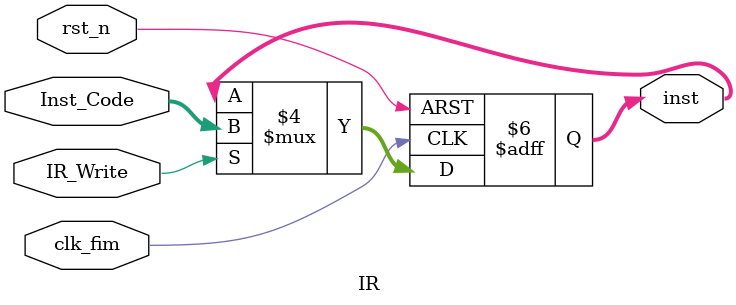
<source format=v>
`timescale 1ns / 1ps


module IR(Inst_Code,clk_fim,rst_n,IR_Write,inst);
    input [31:0]Inst_Code;
    input clk_fim;
    input rst_n;
    input IR_Write;
    output reg [31:0]inst;
    always@(posedge clk_fim or negedge rst_n)
    begin
       if(!rst_n)
         inst<=0;
       else
          begin
             if(IR_Write==1)
                inst<=Inst_Code;
          end
    end
endmodule

</source>
